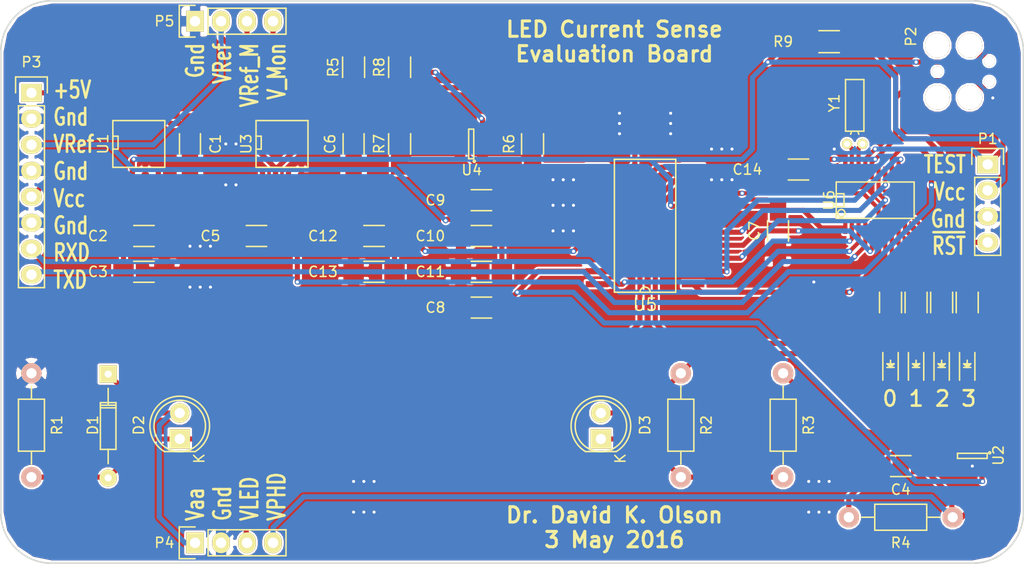
<source format=kicad_pcb>
(kicad_pcb (version 4) (host pcbnew 4.0.4-stable)
  (layers (0 F.Cu signal) (31 B.Cu signal) (34 B.Paste user) (35 F.Paste user) (36 B.SilkS user) (37 F.SilkS user) (38 B.Mask user) (39 F.Mask user) (44 Edge.Cuts user))
  (net 0 "")
  (net 1 GND)
  (net 2 +5V)
  (net 3 "Net-(C2-Pad1)")
  (net 4 VCC)
  (net 5 VPHD)
  (net 6 "Net-(C4-Pad2)")
  (net 7 VRef)
  (net 8 "Net-(C12-Pad2)")
  (net 9 ~RST)
  (net 10 VLED)
  (net 11 VAA)
  (net 12 "Net-(D3-Pad1)")
  (net 13 "Net-(D3-Pad2)")
  (net 14 "Net-(D10-Pad2)")
  (net 15 "Net-(D11-Pad2)")
  (net 16 "Net-(D12-Pad2)")
  (net 17 "Net-(D13-Pad2)")
  (net 18 TEST)
  (net 19 RXD)
  (net 20 TXD)
  (net 21 VRef_Mon)
  (net 22 V_Mon)
  (net 23 "Net-(R5-Pad1)")
  (net 24 "Net-(R10-Pad2)")
  (net 25 "Net-(R11-Pad2)")
  (net 26 "Net-(R12-Pad2)")
  (net 27 "Net-(R13-Pad2)")
  (net 28 ~SHDN)
  (net 29 SCLK)
  (net 30 FS)
  (net 31 SIMO)
  (net 32 EDC)
  (net 33 SOMI)
  (net 34 ~CS)
  (net 35 ~CSTART)
  (net 36 "Net-(U6-Pad18)")
  (net 37 "Net-(U6-Pad19)")
  (module Crystals:Crystal_Round_Horizontal_2mm (layer F.Cu) (at 108 87)
    (fp_text reference Y1 (at -2 -4 90) (layer F.SilkS))
    (fp_text value "32.768 kHz" hide)
    (pad 1 thru_hole circle (at -0.7493 0) (size 1.00076 1.00076) (drill 0.59944) (layers *.Cu *.Mask F.SilkS) (net 37 "Net-(U6-Pad19)"))
    (pad 2 thru_hole circle (at 0.7493 0) (size 1.00076 1.00076) (drill 0.59944) (layers *.Cu *.Mask F.SilkS) (net 36 "Net-(U6-Pad18)"))
  )
  (module Capacitors_SMD:C_1206_HandSoldering (layer F.Cu) (at 43 87 90)
    (fp_text reference C1 (at 0 2.5 90) (layer F.SilkS))
    (fp_text value "1 uF" hide)
    (pad 1 smd rect (at -2 0 90) (size 2 1.6) (layers F.Cu F.Paste F.Mask) (net 1 GND))
    (pad 2 smd rect (at 2 0 90) (size 2 1.6) (layers F.Cu F.Paste F.Mask) (net 2 +5V))
  )
  (module Capacitors_SMD:C_1206_HandSoldering (layer F.Cu) (at 38.5 96 180)
    (fp_text reference C2 (at 4.5 0 180) (layer F.SilkS))
    (fp_text value "0.01 uF" hide)
    (pad 1 smd rect (at -2 0 180) (size 2 1.6) (layers F.Cu F.Paste F.Mask) (net 3 "Net-(C2-Pad1)"))
    (pad 2 smd rect (at 2 0 180) (size 2 1.6) (layers F.Cu F.Paste F.Mask) (net 4 VCC))
  )
  (module Capacitors_SMD:C_1206_HandSoldering (layer F.Cu) (at 38.5 99.5 180)
    (fp_text reference C3 (at 4.5 0 180) (layer F.SilkS))
    (fp_text value 10uF hide)
    (pad 1 smd rect (at -2 0 180) (size 2 1.6) (layers F.Cu F.Paste F.Mask) (net 1 GND))
    (pad 2 smd rect (at 2 0 180) (size 2 1.6) (layers F.Cu F.Paste F.Mask) (net 4 VCC))
  )
  (module Capacitors_SMD:C_1206_HandSoldering (layer F.Cu) (at 112.5 118.5 180)
    (fp_text reference C4 (at 0 -2.3 180) (layer F.SilkS))
    (fp_text value "30 pF" hide)
    (pad 1 smd rect (at -2 0 180) (size 2 1.6) (layers F.Cu F.Paste F.Mask) (net 5 VPHD))
    (pad 2 smd rect (at 2 0 180) (size 2 1.6) (layers F.Cu F.Paste F.Mask) (net 6 "Net-(C4-Pad2)"))
  )
  (module Capacitors_SMD:C_1206_HandSoldering (layer F.Cu) (at 49.5 96)
    (fp_text reference C5 (at -4.5 0) (layer F.SilkS))
    (fp_text value "1 uF" hide)
    (pad 1 smd rect (at -2 0) (size 2 1.6) (layers F.Cu F.Paste F.Mask) (net 1 GND))
    (pad 2 smd rect (at 2 0) (size 2 1.6) (layers F.Cu F.Paste F.Mask) (net 2 +5V))
  )
  (module Capacitors_SMD:C_1206_HandSoldering (layer F.Cu) (at 59 87 90)
    (fp_text reference C6 (at 0 -2.3 90) (layer F.SilkS))
    (fp_text value "2 uF" hide)
    (pad 1 smd rect (at -2 0 90) (size 2 1.6) (layers F.Cu F.Paste F.Mask) (net 1 GND))
    (pad 2 smd rect (at 2 0 90) (size 2 1.6) (layers F.Cu F.Paste F.Mask) (net 7 VRef))
  )
  (module Capacitors_SMD:C_1206_HandSoldering (layer F.Cu) (at 100.5 95.5 90)
    (fp_text reference C7 (at 0 -2.3 90) (layer F.SilkS))
    (fp_text value "0.1 uF" hide)
    (pad 1 smd rect (at -2 0 90) (size 2 1.6) (layers F.Cu F.Paste F.Mask) (net 1 GND))
    (pad 2 smd rect (at 2 0 90) (size 2 1.6) (layers F.Cu F.Paste F.Mask) (net 4 VCC))
  )
  (module Capacitors_SMD:C_1206_HandSoldering (layer F.Cu) (at 71.5 103)
    (fp_text reference C8 (at -4.5 0) (layer F.SilkS))
    (fp_text value "0.1 uF" hide)
    (pad 1 smd rect (at -2 0) (size 2 1.6) (layers F.Cu F.Paste F.Mask) (net 1 GND))
    (pad 2 smd rect (at 2 0) (size 2 1.6) (layers F.Cu F.Paste F.Mask) (net 2 +5V))
  )
  (module Capacitors_SMD:C_1206_HandSoldering (layer F.Cu) (at 71.5 92.5)
    (fp_text reference C9 (at -4.5 0) (layer F.SilkS))
    (fp_text value "0.1 uF" hide)
    (pad 1 smd rect (at -2 0) (size 2 1.6) (layers F.Cu F.Paste F.Mask) (net 1 GND))
    (pad 2 smd rect (at 2 0) (size 2 1.6) (layers F.Cu F.Paste F.Mask) (net 2 +5V))
  )
  (module Capacitors_SMD:C_1206_HandSoldering (layer F.Cu) (at 71.5 96)
    (fp_text reference C10 (at -5 0) (layer F.SilkS))
    (fp_text value "10 uF" hide)
    (pad 1 smd rect (at -2 0) (size 2 1.6) (layers F.Cu F.Paste F.Mask) (net 1 GND))
    (pad 2 smd rect (at 2 0) (size 2 1.6) (layers F.Cu F.Paste F.Mask) (net 7 VRef))
  )
  (module Capacitors_SMD:C_1206_HandSoldering (layer F.Cu) (at 71.5 99.5)
    (fp_text reference C11 (at -5 0) (layer F.SilkS))
    (fp_text value "0.1 uF" hide)
    (pad 1 smd rect (at -2 0) (size 2 1.6) (layers F.Cu F.Paste F.Mask) (net 1 GND))
    (pad 2 smd rect (at 2 0) (size 2 1.6) (layers F.Cu F.Paste F.Mask) (net 7 VRef))
  )
  (module Capacitors_SMD:C_1206_HandSoldering (layer F.Cu) (at 61 96)
    (fp_text reference C12 (at -5 0) (layer F.SilkS))
    (fp_text value "10 uF" hide)
    (pad 1 smd rect (at -2 0) (size 2 1.6) (layers F.Cu F.Paste F.Mask) (net 1 GND))
    (pad 2 smd rect (at 2 0) (size 2 1.6) (layers F.Cu F.Paste F.Mask) (net 8 "Net-(C12-Pad2)"))
  )
  (module Capacitors_SMD:C_1206_HandSoldering (layer F.Cu) (at 61 99.5)
    (fp_text reference C13 (at -5 0) (layer F.SilkS))
    (fp_text value "0.1 uF" hide)
    (pad 1 smd rect (at -2 0) (size 2 1.6) (layers F.Cu F.Paste F.Mask) (net 1 GND))
    (pad 2 smd rect (at 2 0) (size 2 1.6) (layers F.Cu F.Paste F.Mask) (net 8 "Net-(C12-Pad2)"))
  )
  (module Capacitors_SMD:C_1206_HandSoldering (layer F.Cu) (at 102.5 89.5)
    (fp_text reference C14 (at -5 0) (layer F.SilkS))
    (fp_text value "1 nF" hide)
    (pad 1 smd rect (at -2 0) (size 2 1.6) (layers F.Cu F.Paste F.Mask) (net 1 GND))
    (pad 2 smd rect (at 2 0) (size 2 1.6) (layers F.Cu F.Paste F.Mask) (net 9 ~RST))
  )
  (module Diodes_ThroughHole:Diode_DO-35_SOD27_Horizontal_RM10 (layer F.Cu) (at 35 109.5 270)
    (fp_text reference D1 (at 5 1.5 270) (layer F.SilkS))
    (fp_text value 1n4148 hide)
    (pad 2 thru_hole circle (at 10.16052 -0.00254 90) (size 1.69926 1.69926) (drill 0.70104) (layers *.Cu *.Mask F.SilkS) (net 10 VLED))
    (pad 1 thru_hole rect (at 0.00052 -0.00254 90) (size 1.69926 1.69926) (drill 0.70104) (layers *.Cu *.Mask F.SilkS) (net 11 VAA))
  )
  (module LEDs:LED-5MM (layer F.Cu) (at 42 115.85 90)
    (fp_text reference D2 (at 1.35 -4 90) (layer F.SilkS))
    (fp_text value LED hide)
    (fp_text user K (at -1.905 1.905 90) (layer F.SilkS))
    (pad 1 thru_hole rect (at 0 0 180) (size 2 1.9) (drill 1.00076) (layers *.Cu *.Mask F.SilkS) (net 10 VLED))
    (pad 2 thru_hole circle (at 2.54 0 90) (size 1.9 1.9) (drill 1.00076) (layers *.Cu *.Mask F.SilkS) (net 11 VAA))
  )
  (module LEDs:LED-5MM (layer F.Cu) (at 83.18 115.85 90)
    (fp_text reference D3 (at 1.35 4.32 90) (layer F.SilkS))
    (fp_text value Photodiode hide)
    (fp_text user K (at -1.905 1.905 90) (layer F.SilkS))
    (pad 1 thru_hole rect (at 0 0 180) (size 2 1.9) (drill 1.00076) (layers *.Cu *.Mask F.SilkS) (net 12 "Net-(D3-Pad1)"))
    (pad 2 thru_hole circle (at 2.54 0 90) (size 1.9 1.9) (drill 1.00076) (layers *.Cu *.Mask F.SilkS) (net 13 "Net-(D3-Pad2)"))
  )
  (module LEDs:LED-0805 (layer F.Cu) (at 111.5 108.5 90)
    (fp_text reference D10 hide)
    (fp_text value 1 hide)
    (pad 2 smd rect (at 1.04902 0 270) (size 1.19888 1.19888) (layers F.Cu F.Paste F.Mask) (net 14 "Net-(D10-Pad2)"))
    (pad 1 smd rect (at -1.04902 0 270) (size 1.19888 1.19888) (layers F.Cu F.Paste F.Mask) (net 1 GND))
  )
  (module LEDs:LED-0805 (layer F.Cu) (at 114 108.5 90)
    (fp_text reference D11 hide)
    (fp_text value 2 hide)
    (pad 2 smd rect (at 1.04902 0 270) (size 1.19888 1.19888) (layers F.Cu F.Paste F.Mask) (net 15 "Net-(D11-Pad2)"))
    (pad 1 smd rect (at -1.04902 0 270) (size 1.19888 1.19888) (layers F.Cu F.Paste F.Mask) (net 1 GND))
  )
  (module LEDs:LED-0805 (layer F.Cu) (at 116.5 108.5 90)
    (fp_text reference D12 hide)
    (fp_text value 3 hide)
    (pad 2 smd rect (at 1.04902 0 270) (size 1.19888 1.19888) (layers F.Cu F.Paste F.Mask) (net 16 "Net-(D12-Pad2)"))
    (pad 1 smd rect (at -1.04902 0 270) (size 1.19888 1.19888) (layers F.Cu F.Paste F.Mask) (net 1 GND))
  )
  (module LEDs:LED-0805 (layer F.Cu) (at 119 108.5 90)
    (fp_text reference D13 hide)
    (fp_text value 4 hide)
    (pad 2 smd rect (at 1.04902 0 270) (size 1.19888 1.19888) (layers F.Cu F.Paste F.Mask) (net 17 "Net-(D13-Pad2)"))
    (pad 1 smd rect (at -1.04902 0 270) (size 1.19888 1.19888) (layers F.Cu F.Paste F.Mask) (net 1 GND))
  )
  (module Pin_Headers:Pin_Header_Straight_1x04 (layer F.Cu) (at 121 89)
    (fp_text reference P1 (at 0 -2.5) (layer F.SilkS))
    (fp_text value SBW_JTAG1 hide)
    (pad 1 thru_hole rect (at 0 0) (size 2.032 1.7272) (drill 1.016) (layers *.Cu *.Mask F.SilkS) (net 18 TEST))
    (pad 2 thru_hole oval (at 0 2.54) (size 2.032 1.7272) (drill 1.016) (layers *.Cu *.Mask F.SilkS) (net 4 VCC))
    (pad 3 thru_hole oval (at 0 5.08) (size 2.032 1.7272) (drill 1.016) (layers *.Cu *.Mask F.SilkS) (net 1 GND))
    (pad 4 thru_hole oval (at 0 7.62) (size 2.032 1.7272) (drill 1.016) (layers *.Cu *.Mask F.SilkS) (net 9 ~RST))
  )
  (module Pin_Headers:Pin_Header_Straight_1x08 (layer F.Cu) (at 27.5 82)
    (fp_text reference P3 (at 0 -3) (layer F.SilkS))
    (fp_text value Power/Data hide)
    (pad 1 thru_hole rect (at 0 0) (size 2.032 1.7272) (drill 1.016) (layers *.Cu *.Mask F.SilkS) (net 2 +5V))
    (pad 2 thru_hole oval (at 0 2.54) (size 2.032 1.7272) (drill 1.016) (layers *.Cu *.Mask F.SilkS) (net 1 GND))
    (pad 3 thru_hole oval (at 0 5.08) (size 2.032 1.7272) (drill 1.016) (layers *.Cu *.Mask F.SilkS) (net 7 VRef))
    (pad 4 thru_hole oval (at 0 7.62) (size 2.032 1.7272) (drill 1.016) (layers *.Cu *.Mask F.SilkS) (net 1 GND))
    (pad 5 thru_hole oval (at 0 10.16) (size 2.032 1.7272) (drill 1.016) (layers *.Cu *.Mask F.SilkS) (net 4 VCC))
    (pad 6 thru_hole oval (at 0 12.7) (size 2.032 1.7272) (drill 1.016) (layers *.Cu *.Mask F.SilkS) (net 1 GND))
    (pad 7 thru_hole oval (at 0 15.24) (size 2.032 1.7272) (drill 1.016) (layers *.Cu *.Mask F.SilkS) (net 19 RXD))
    (pad 8 thru_hole oval (at 0 17.78) (size 2.032 1.7272) (drill 1.016) (layers *.Cu *.Mask F.SilkS) (net 20 TXD))
  )
  (module Resistors_SMD:R_1206_HandSoldering (layer F.Cu) (at 59 79.5 270)
    (fp_text reference R5 (at 0 2 270) (layer F.SilkS))
    (fp_text value 100k hide)
    (pad 1 smd rect (at -2 0 270) (size 2 1.7) (layers F.Cu F.Paste F.Mask) (net 23 "Net-(R5-Pad1)"))
    (pad 2 smd rect (at 2 0 270) (size 2 1.7) (layers F.Cu F.Paste F.Mask) (net 7 VRef))
  )
  (module Resistors_SMD:R_1206_HandSoldering (layer F.Cu) (at 76.5 87 90)
    (fp_text reference R6 (at 0 -2.3 90) (layer F.SilkS))
    (fp_text value 100k hide)
    (pad 1 smd rect (at -2 0 90) (size 2 1.7) (layers F.Cu F.Paste F.Mask) (net 21 VRef_Mon))
    (pad 2 smd rect (at 2 0 90) (size 2 1.7) (layers F.Cu F.Paste F.Mask) (net 23 "Net-(R5-Pad1)"))
  )
  (module Resistors_SMD:R_1206_HandSoldering (layer F.Cu) (at 63.5 87 270)
    (fp_text reference R7 (at 0 2 270) (layer F.SilkS))
    (fp_text value 100k hide)
    (pad 1 smd rect (at -2 0 270) (size 2 1.7) (layers F.Cu F.Paste F.Mask) (net 22 V_Mon))
    (pad 2 smd rect (at 2 0 270) (size 2 1.7) (layers F.Cu F.Paste F.Mask) (net 2 +5V))
  )
  (module Resistors_SMD:R_1206_HandSoldering (layer F.Cu) (at 63.5 79.5 270)
    (fp_text reference R8 (at 0 2 270) (layer F.SilkS))
    (fp_text value 100k hide)
    (pad 1 smd rect (at -2 0 270) (size 2 1.7) (layers F.Cu F.Paste F.Mask) (net 1 GND))
    (pad 2 smd rect (at 2 0 270) (size 2 1.7) (layers F.Cu F.Paste F.Mask) (net 22 V_Mon))
  )
  (module Resistors_SMD:R_1206_HandSoldering (layer F.Cu) (at 105.5 77 180)
    (fp_text reference R9 (at 4.5 0 180) (layer F.SilkS))
    (fp_text value 47k hide)
    (pad 1 smd rect (at -2 0 180) (size 2 1.7) (layers F.Cu F.Paste F.Mask) (net 9 ~RST))
    (pad 2 smd rect (at 2 0 180) (size 2 1.7) (layers F.Cu F.Paste F.Mask) (net 4 VCC))
  )
  (module Resistors_SMD:R_1206_HandSoldering (layer F.Cu) (at 111.5 102.5 90)
    (fp_text reference R10 hide)
    (fp_text value 470 hide)
    (pad 1 smd rect (at -2 0 90) (size 2 1.7) (layers F.Cu F.Paste F.Mask) (net 14 "Net-(D10-Pad2)"))
    (pad 2 smd rect (at 2 0 90) (size 2 1.7) (layers F.Cu F.Paste F.Mask) (net 24 "Net-(R10-Pad2)"))
  )
  (module Resistors_SMD:R_1206_HandSoldering (layer F.Cu) (at 114 102.5 90)
    (fp_text reference R11 hide)
    (fp_text value 470 hide)
    (pad 1 smd rect (at -2 0 90) (size 2 1.7) (layers F.Cu F.Paste F.Mask) (net 15 "Net-(D11-Pad2)"))
    (pad 2 smd rect (at 2 0 90) (size 2 1.7) (layers F.Cu F.Paste F.Mask) (net 25 "Net-(R11-Pad2)"))
  )
  (module Resistors_SMD:R_1206_HandSoldering (layer F.Cu) (at 116.5 102.5 90)
    (fp_text reference R12 hide)
    (fp_text value 470 hide)
    (pad 1 smd rect (at -2 0 90) (size 2 1.7) (layers F.Cu F.Paste F.Mask) (net 16 "Net-(D12-Pad2)"))
    (pad 2 smd rect (at 2 0 90) (size 2 1.7) (layers F.Cu F.Paste F.Mask) (net 26 "Net-(R12-Pad2)"))
  )
  (module Resistors_SMD:R_1206_HandSoldering (layer F.Cu) (at 119 102.5 90)
    (fp_text reference R13 hide)
    (fp_text value 470 hide)
    (pad 1 smd rect (at -2 0 90) (size 2 1.7) (layers F.Cu F.Paste F.Mask) (net 17 "Net-(D13-Pad2)"))
    (pad 2 smd rect (at 2 0 90) (size 2 1.7) (layers F.Cu F.Paste F.Mask) (net 27 "Net-(R13-Pad2)"))
  )
  (module SMD_Packages:SOIC-8-N (layer F.Cu) (at 38 87)
    (fp_text reference U1 (at -3.5 0 90) (layer F.SilkS))
    (fp_text value LT1763 hide)
    (pad 8 smd rect (at -1.905 -3.175) (size 0.508 1.143) (layers F.Cu F.Paste F.Mask) (net 2 +5V))
    (pad 7 smd rect (at -0.635 -3.175) (size 0.508 1.143) (layers F.Cu F.Paste F.Mask) (net 1 GND))
    (pad 6 smd rect (at 0.635 -3.175) (size 0.508 1.143) (layers F.Cu F.Paste F.Mask) (net 1 GND))
    (pad 5 smd rect (at 1.905 -3.175) (size 0.508 1.143) (layers F.Cu F.Paste F.Mask) (net 2 +5V))
    (pad 4 smd rect (at 1.905 3.175) (size 0.508 1.143) (layers F.Cu F.Paste F.Mask) (net 3 "Net-(C2-Pad1)"))
    (pad 3 smd rect (at 0.635 3.175) (size 0.508 1.143) (layers F.Cu F.Paste F.Mask) (net 1 GND))
    (pad 2 smd rect (at -0.635 3.175) (size 0.508 1.143) (layers F.Cu F.Paste F.Mask) (net 4 VCC))
    (pad 1 smd rect (at -1.905 3.175) (size 0.508 1.143) (layers F.Cu F.Paste F.Mask) (net 4 VCC))
  )
  (module TO_SOT_Packages_SMD:SOT-23-5 (layer F.Cu) (at 119.5 117.5 270)
    (fp_text reference U2 (at -0.05 -2.55 270) (layer F.SilkS))
    (fp_text value OPA322 hide)
    (pad 1 smd rect (at -1.1 -0.95 270) (size 1.06 0.65) (layers F.Cu F.Paste F.Mask) (net 5 VPHD))
    (pad 2 smd rect (at -1.1 0 270) (size 1.06 0.65) (layers F.Cu F.Paste F.Mask) (net 1 GND))
    (pad 3 smd rect (at -1.1 0.95 270) (size 1.06 0.65) (layers F.Cu F.Paste F.Mask) (net 13 "Net-(D3-Pad2)"))
    (pad 4 smd rect (at 1.1 0.95 270) (size 1.06 0.65) (layers F.Cu F.Paste F.Mask) (net 6 "Net-(C4-Pad2)"))
    (pad 5 smd rect (at 1.1 -0.95 270) (size 1.06 0.65) (layers F.Cu F.Paste F.Mask) (net 2 +5V))
  )
  (module SMD_Packages:SOIC-8-N (layer F.Cu) (at 52 87)
    (fp_text reference U3 (at -3.5 0 90) (layer F.SilkS))
    (fp_text value LT1461 hide)
    (pad 8 smd rect (at -1.905 -3.175) (size 0.508 1.143) (layers F.Cu F.Paste F.Mask))
    (pad 7 smd rect (at -0.635 -3.175) (size 0.508 1.143) (layers F.Cu F.Paste F.Mask))
    (pad 6 smd rect (at 0.635 -3.175) (size 0.508 1.143) (layers F.Cu F.Paste F.Mask) (net 7 VRef))
    (pad 5 smd rect (at 1.905 -3.175) (size 0.508 1.143) (layers F.Cu F.Paste F.Mask))
    (pad 4 smd rect (at 1.905 3.175) (size 0.508 1.143) (layers F.Cu F.Paste F.Mask) (net 1 GND))
    (pad 3 smd rect (at 0.635 3.175) (size 0.508 1.143) (layers F.Cu F.Paste F.Mask) (net 28 ~SHDN))
    (pad 2 smd rect (at -0.635 3.175) (size 0.508 1.143) (layers F.Cu F.Paste F.Mask) (net 2 +5V))
    (pad 1 smd rect (at -1.905 3.175) (size 0.508 1.143) (layers F.Cu F.Paste F.Mask))
  )
  (module TO_SOT_Packages_SMD:SOT-23-5 (layer F.Cu) (at 70.5 87 180)
    (fp_text reference U4 (at -0.05 -2.55 180) (layer F.SilkS))
    (fp_text value OPA322 hide)
    (pad 1 smd rect (at -1.1 -0.95 180) (size 1.06 0.65) (layers F.Cu F.Paste F.Mask) (net 21 VRef_Mon))
    (pad 2 smd rect (at -1.1 0 180) (size 1.06 0.65) (layers F.Cu F.Paste F.Mask) (net 1 GND))
    (pad 3 smd rect (at -1.1 0.95 180) (size 1.06 0.65) (layers F.Cu F.Paste F.Mask) (net 23 "Net-(R5-Pad1)"))
    (pad 4 smd rect (at 1.1 0.95 180) (size 1.06 0.65) (layers F.Cu F.Paste F.Mask) (net 22 V_Mon))
    (pad 5 smd rect (at 1.1 -0.95 180) (size 1.06 0.65) (layers F.Cu F.Paste F.Mask) (net 2 +5V))
  )
  (module SMD_Packages:SSOP-20 (layer F.Cu) (at 110 92.5)
    (fp_text reference U6 (at -4.5 0 90) (layer F.SilkS))
    (fp_text value MSP430G2413-20 hide)
    (pad 1 smd rect (at -2.921 2.667) (size 0.4064 1.27) (layers F.Cu F.Paste F.Mask) (net 4 VCC))
    (pad 2 smd rect (at -2.286 2.667) (size 0.4064 1.27) (layers F.Cu F.Paste F.Mask) (net 35 ~CSTART))
    (pad 3 smd rect (at -1.6256 2.667) (size 0.4064 1.27) (layers F.Cu F.Paste F.Mask) (net 19 RXD))
    (pad 4 smd rect (at -0.9652 2.667) (size 0.4064 1.27) (layers F.Cu F.Paste F.Mask) (net 20 TXD))
    (pad 5 smd rect (at -0.3302 2.667) (size 0.4064 1.27) (layers F.Cu F.Paste F.Mask) (net 32 EDC))
    (pad 6 smd rect (at 0.3302 2.667) (size 0.4064 1.27) (layers F.Cu F.Paste F.Mask) (net 34 ~CS))
    (pad 7 smd rect (at 0.9906 2.667) (size 0.4064 1.27) (layers F.Cu F.Paste F.Mask) (net 29 SCLK))
    (pad 8 smd rect (at 1.6256 2.667) (size 0.4064 1.27) (layers F.Cu F.Paste F.Mask) (net 24 "Net-(R10-Pad2)"))
    (pad 9 smd rect (at 2.286 2.667) (size 0.4064 1.27) (layers F.Cu F.Paste F.Mask) (net 25 "Net-(R11-Pad2)"))
    (pad 10 smd rect (at 2.921 2.667) (size 0.4064 1.27) (layers F.Cu F.Paste F.Mask) (net 26 "Net-(R12-Pad2)"))
    (pad 11 smd rect (at 2.921 -2.667) (size 0.4064 1.27) (layers F.Cu F.Paste F.Mask) (net 27 "Net-(R13-Pad2)"))
    (pad 12 smd rect (at 2.286 -2.667) (size 0.4064 1.27) (layers F.Cu F.Paste F.Mask) (net 30 FS))
    (pad 13 smd rect (at 1.6256 -2.667) (size 0.4064 1.27) (layers F.Cu F.Paste F.Mask) (net 28 ~SHDN))
    (pad 14 smd rect (at 0.9906 -2.667) (size 0.4064 1.27) (layers F.Cu F.Paste F.Mask) (net 33 SOMI))
    (pad 15 smd rect (at 0.3302 -2.667) (size 0.4064 1.27) (layers F.Cu F.Paste F.Mask) (net 31 SIMO))
    (pad 16 smd rect (at -0.3302 -2.667) (size 0.4064 1.27) (layers F.Cu F.Paste F.Mask) (net 9 ~RST))
    (pad 17 smd rect (at -0.9652 -2.667) (size 0.4064 1.27) (layers F.Cu F.Paste F.Mask) (net 18 TEST))
    (pad 18 smd rect (at -1.6256 -2.667) (size 0.4064 1.27) (layers F.Cu F.Paste F.Mask) (net 36 "Net-(U6-Pad18)"))
    (pad 19 smd rect (at -2.286 -2.667) (size 0.4064 1.27) (layers F.Cu F.Paste F.Mask) (net 37 "Net-(U6-Pad19)"))
    (pad 20 smd rect (at -2.921 -2.667) (size 0.4064 1.27) (layers F.Cu F.Paste F.Mask) (net 1 GND))
  )
  (module Resistors_ThroughHole:Resistor_Horizontal_RM10mm (layer F.Cu) (at 27.5 114.5 90)
    (fp_text reference R1 (at 0 2.5 90) (layer F.SilkS))
    (fp_text value 10k hide)
    (pad 1 thru_hole circle (at -5.08 0 90) (size 1.99898 1.99898) (drill 1.00076) (layers *.Cu *.SilkS *.Mask) (net 10 VLED))
    (pad 2 thru_hole circle (at 5.08 0 90) (size 1.99898 1.99898) (drill 1.00076) (layers *.Cu *.SilkS *.Mask) (net 1 GND))
  )
  (module Resistors_ThroughHole:Resistor_Horizontal_RM10mm (layer F.Cu) (at 91 114.5 270)
    (fp_text reference R2 (at 0 -2.5 270) (layer F.SilkS))
    (fp_text value 10k hide)
    (pad 1 thru_hole circle (at -5.08 0 270) (size 1.99898 1.99898) (drill 1.00076) (layers *.Cu *.SilkS *.Mask) (net 13 "Net-(D3-Pad2)"))
    (pad 2 thru_hole circle (at 5.08 0 270) (size 1.99898 1.99898) (drill 1.00076) (layers *.Cu *.SilkS *.Mask) (net 12 "Net-(D3-Pad1)"))
  )
  (module Resistors_ThroughHole:Resistor_Horizontal_RM10mm (layer F.Cu) (at 101 114.5 270)
    (fp_text reference R3 (at 0 -2.5 270) (layer F.SilkS))
    (fp_text value 470 hide)
    (pad 1 thru_hole circle (at -5.08 0 270) (size 1.99898 1.99898) (drill 1.00076) (layers *.Cu *.SilkS *.Mask) (net 6 "Net-(C4-Pad2)"))
    (pad 2 thru_hole circle (at 5.08 0 270) (size 1.99898 1.99898) (drill 1.00076) (layers *.Cu *.SilkS *.Mask) (net 12 "Net-(D3-Pad1)"))
  )
  (module Resistors_ThroughHole:Resistor_Horizontal_RM10mm (layer F.Cu) (at 112.5 123.5 180)
    (fp_text reference R4 (at 0 -2.5 180) (layer F.SilkS))
    (fp_text value 560k hide)
    (pad 1 thru_hole circle (at -5.08 0 180) (size 1.99898 1.99898) (drill 1.00076) (layers *.Cu *.SilkS *.Mask) (net 5 VPHD))
    (pad 2 thru_hole circle (at 5.08 0 180) (size 1.99898 1.99898) (drill 1.00076) (layers *.Cu *.SilkS *.Mask) (net 6 "Net-(C4-Pad2)"))
  )
  (module SMD_Packages:SOIC-20 (layer F.Cu) (at 87.5 95 90)
    (fp_text reference U5 (at -7.715 0 180) (layer F.SilkS) (effects (font (size 1.2 1.2))))
    (fp_text value TLC3544 hide)
    (pad 20 smd rect (at -5.715 -4.7 90) (size 0.6 2.2) (layers F.Cu F.Paste F.Mask) (net 35 ~CSTART))
    (pad 1 smd rect (at -5.715 4.7 90) (size 0.6 2.2) (layers F.Cu F.Paste F.Mask) (net 29 SCLK))
    (pad 19 smd rect (at -4.445 -4.7 90) (size 0.6 2.2) (layers F.Cu F.Paste F.Mask) (net 2 +5V))
    (pad 2 smd rect (at -4.445 4.7 90) (size 0.6 2.2) (layers F.Cu F.Paste F.Mask) (net 30 FS))
    (pad 18 smd rect (at -3.175 -4.7 90) (size 0.6 2.2) (layers F.Cu F.Paste F.Mask) (net 1 GND))
    (pad 3 smd rect (at -3.175 4.7 90) (size 0.6 2.2) (layers F.Cu F.Paste F.Mask) (net 31 SIMO))
    (pad 17 smd rect (at -1.905 -4.7 90) (size 0.6 2.2) (layers F.Cu F.Paste F.Mask) (net 8 "Net-(C12-Pad2)"))
    (pad 4 smd rect (at -1.905 4.7 90) (size 0.6 2.2) (layers F.Cu F.Paste F.Mask) (net 32 EDC))
    (pad 16 smd rect (at -0.635 -4.7 90) (size 0.6 2.2) (layers F.Cu F.Paste F.Mask) (net 1 GND))
    (pad 5 smd rect (at -0.635 4.7 90) (size 0.6 2.2) (layers F.Cu F.Paste F.Mask) (net 33 SOMI))
    (pad 15 smd rect (at 0.635 -4.7 90) (size 0.6 2.2) (layers F.Cu F.Paste F.Mask) (net 7 VRef))
    (pad 6 smd rect (at 0.635 4.7 90) (size 0.6 2.2) (layers F.Cu F.Paste F.Mask) (net 1 GND))
    (pad 14 smd rect (at 1.905 -4.7 90) (size 0.6 2.2) (layers F.Cu F.Paste F.Mask) (net 1 GND))
    (pad 7 smd rect (at 1.905 4.7 90) (size 0.6 2.2) (layers F.Cu F.Paste F.Mask) (net 4 VCC))
    (pad 13 smd rect (at 3.175 -4.7 90) (size 0.6 2.2) (layers F.Cu F.Paste F.Mask) (net 2 +5V))
    (pad 8 smd rect (at 3.175 4.7 90) (size 0.6 2.2) (layers F.Cu F.Paste F.Mask) (net 34 ~CS))
    (pad 12 smd rect (at 4.445 -4.7 90) (size 0.6 2.2) (layers F.Cu F.Paste F.Mask) (net 22 V_Mon))
    (pad 9 smd rect (at 4.445 4.7 90) (size 0.6 2.2) (layers F.Cu F.Paste F.Mask) (net 5 VPHD))
    (pad 11 smd rect (at 5.715 -4.7 90) (size 0.6 2.2) (layers F.Cu F.Paste F.Mask) (net 21 VRef_Mon))
    (pad 10 smd rect (at 5.715 4.7 90) (size 0.6 2.2) (layers F.Cu F.Paste F.Mask) (net 10 VLED))
  )
  (module Pin_Headers:Pin_Header_Straight_1x04 (layer F.Cu) (at 43.5 126 90)
    (fp_text reference P4 (at 0 -3 180) (layer F.SilkS))
    (fp_text value "Sense Test" hide)
    (pad 1 thru_hole rect (at 0 0 90) (size 2.032 1.7272) (drill 1.016) (layers *.Cu *.Mask F.SilkS) (net 11 VAA))
    (pad 2 thru_hole oval (at 0 2.54 90) (size 2.032 1.7272) (drill 1.016) (layers *.Cu *.Mask F.SilkS) (net 1 GND))
    (pad 3 thru_hole oval (at 0 5.08 90) (size 2.032 1.7272) (drill 1.016) (layers *.Cu *.Mask F.SilkS) (net 10 VLED))
    (pad 4 thru_hole oval (at 0 7.62 90) (size 2.032 1.7272) (drill 1.016) (layers *.Cu *.Mask F.SilkS) (net 5 VPHD))
  )
  (module Pin_Headers:Pin_Header_Straight_1x04 (layer F.Cu) (at 43.5 75 90)
    (fp_text reference P5 (at 0 -3 180) (layer F.SilkS))
    (fp_text value "Ref Test" hide)
    (pad 1 thru_hole rect (at 0 0 90) (size 2.032 1.7272) (drill 1.016) (layers *.Cu *.Mask F.SilkS) (net 1 GND))
    (pad 2 thru_hole oval (at 0 2.54 90) (size 2.032 1.7272) (drill 1.016) (layers *.Cu *.Mask F.SilkS) (net 7 VRef))
    (pad 3 thru_hole oval (at 0 5.08 90) (size 2.032 1.7272) (drill 1.016) (layers *.Cu *.Mask F.SilkS) (net 21 VRef_Mon))
    (pad 4 thru_hole oval (at 0 7.62 90) (size 2.032 1.7272) (drill 1.016) (layers *.Cu *.Mask F.SilkS) (net 22 V_Mon))
  )
  (module k7arx:Tag-Connect_TC2030 (layer F.Cu) (at 117.35 79.91)
    (fp_text reference P2 (at -3.85 -3.41 90) (layer F.SilkS))
    (fp_text value SBW_JTAG2 hide)
    (pad "" thru_hole circle (at 1.905 -2.54) (size 2.4 2.4) (drill 2.375) (layers *.Cu *.Mask F.SilkS))
    (pad "" thru_hole circle (at 1.905 2.54) (size 2.4 2.4) (drill 2.375) (layers *.Cu *.Mask F.SilkS))
    (pad "" thru_hole circle (at -1.27 -2.54) (size 2.4 2.4) (drill 2.375) (layers *.Cu *.Mask F.SilkS))
    (pad "" thru_hole circle (at -1.27 2.54) (size 2.4 2.4) (drill 2.375) (layers *.Cu *.Mask F.SilkS))
    (pad "" thru_hole circle (at 3.81 -1.016) (size 1 1) (drill 0.991) (layers *.Cu *.Mask F.SilkS))
    (pad "" thru_hole circle (at 3.81 1.016) (size 1 1) (drill 0.991) (layers *.Cu *.Mask F.SilkS))
    (pad "" thru_hole circle (at -1.27 0) (size 1 1) (drill 0.991) (layers *.Cu *.Mask F.SilkS))
    (pad 6 smd circle (at 2.54 -0.635) (size 0.787 0.787) (layers F.Cu F.Paste F.Mask) (net 18 TEST))
    (pad 5 smd circle (at 2.54 0.635) (size 0.787 0.787) (layers F.Cu F.Paste F.Mask) (net 1 GND))
    (pad 4 smd circle (at 1.27 -0.635) (size 0.787 0.787) (layers F.Cu F.Paste F.Mask) (net 4 VCC))
    (pad 3 smd circle (at 1.27 0.635) (size 0.787 0.787) (layers F.Cu F.Paste F.Mask) (net 1 GND))
    (pad 2 smd circle (at 0 -0.635) (size 0.787 0.787) (layers F.Cu F.Paste F.Mask) (net 4 VCC))
    (pad 1 smd circle (at 0 0.635) (size 0.787 0.787) (layers F.Cu F.Paste F.Mask) (net 9 ~RST))
    (pad 1 smd circle (at 0 0.635) (size 0.787 0.787) (layers F.Cu F.Paste F.Mask) (net 9 ~RST))
    (pad 2 smd circle (at 0 -0.635) (size 0.787 0.787) (layers F.Cu F.Paste F.Mask) (net 4 VCC))
    (pad 3 smd circle (at 1.27 0.635) (size 0.787 0.787) (layers F.Cu F.Paste F.Mask) (net 1 GND))
    (pad 4 smd circle (at 1.27 -0.635) (size 0.787 0.787) (layers F.Cu F.Paste F.Mask) (net 4 VCC))
    (pad 5 smd circle (at 2.54 0.635) (size 0.787 0.787) (layers F.Cu F.Paste F.Mask) (net 1 GND))
    (pad 6 smd circle (at 2.54 -0.635) (size 0.787 0.787) (layers F.Cu F.Paste F.Mask) (net 18 TEST))
    (pad "" thru_hole circle (at -1.27 0) (size 1 1) (drill 0.991) (layers *.Cu *.Mask F.SilkS))
    (pad "" thru_hole circle (at 3.81 1.016) (size 1 1) (drill 0.991) (layers *.Cu *.Mask F.SilkS))
    (pad "" thru_hole circle (at 3.81 -1.016) (size 1 1) (drill 0.991) (layers *.Cu *.Mask F.SilkS))
    (pad "" thru_hole circle (at -1.27 2.54) (size 2.4 2.4) (drill 2.375) (layers *.Cu *.Mask F.SilkS))
    (pad "" thru_hole circle (at -1.27 -2.54) (size 2.4 2.4) (drill 2.375) (layers *.Cu *.Mask F.SilkS))
    (pad "" thru_hole circle (at 1.905 2.54) (size 2.4 2.4) (drill 2.375) (layers *.Cu *.Mask F.SilkS))
    (pad "" thru_hole circle (at 1.905 -2.54) (size 2.4 2.4) (drill 2.375) (layers *.Cu *.Mask F.SilkS))
  )
  (gr_text "Dr. David K. Olson\n3 May 2016" (at 84.5 124.5) (layer F.SilkS) (effects (font (size 1.5 1.5) (thickness 0.3))))
  (gr_text "LED Current Sense\nEvaluation Board" (at 84.5 77) (layer F.SilkS) (effects (font (size 1.5 1.5) (thickness 0.3))))
  (gr_text "0 1 2 3" (at 115.3 111.9) (layer F.SilkS) (effects (font (size 1.5 1.5) (thickness 0.25))))
  (gr_text "TEST\nVcc\nGnd\n~RST" (at 119 93) (layer F.SilkS) (effects (font (size 1.65 1.2) (thickness 0.25)) (justify right)))
  (gr_text "Vaa\nGnd\nVLED\nVPHD" (at 47.5 124 90) (layer F.SilkS) (effects (font (size 1.65 1.2) (thickness 0.25)) (justify left)))
  (gr_text "Gnd\nVRef\nVRef_M\nV_Mon" (at 47.5 77 90) (layer F.SilkS) (effects (font (size 1.65 1.2) (thickness 0.25)) (justify right)))
  (gr_text "+5V\nGnd\nVRef\nGnd\nVcc\nGnd\nRXD\nTXD" (at 29.5 91) (layer F.SilkS) (effects (font (size 1.65 1.2) (thickness 0.25)) (justify left)))
  (gr_arc (start 119.5 78) (end 119.5 73) (angle 90) (layer Edge.Cuts) (width 0.15))
  (gr_arc (start 119.5 123) (end 124.5 123) (angle 90) (layer Edge.Cuts) (width 0.15))
  (gr_arc (start 29.5 123) (end 29.5 128) (angle 90) (layer Edge.Cuts) (width 0.15))
  (gr_arc (start 29.5 78) (end 24.5 78) (angle 90) (layer Edge.Cuts) (width 0.15))
  (gr_line (start 24.5 123) (end 24.5 78) (angle 90) (layer Edge.Cuts) (width 0.15))
  (gr_line (start 119.5 128) (end 29.5 128) (angle 90) (layer Edge.Cuts) (width 0.15))
  (gr_line (start 124.5 78) (end 124.5 123) (angle 90) (layer Edge.Cuts) (width 0.15))
  (gr_line (start 29.5 73) (end 119.5 73) (angle 90) (layer Edge.Cuts) (width 0.15))
  (segment (start 119.5 116.4) (end 119.5 118.5) (width 0.5) (layer F.Cu) (net 1))
  (via (at 119.5 118.5) (size 0.5) (drill 0.3) (layers F.Cu B.Cu) (net 1))
  (via (at 121.5 82.5) (size 0.5) (drill 0.3) (layers F.Cu B.Cu) (net 1))
  (segment (start 119.89 80.89) (end 121.5 82.5) (width 0.5) (layer F.Cu) (net 1))
  (segment (start 47.5 87) (end 47.5 91) (width 0.5) (layer F.Cu) (net 1))
  (via (at 47.5 91) (size 0.5) (drill 0.3) (layers F.Cu B.Cu) (net 1))
  (via (at 46.5 91) (size 0.5) (drill 0.3) (layers F.Cu B.Cu) (net 1))
  (segment (start 47.5 91) (end 46.5 91) (width 0.5) (layer F.Cu) (net 1))
  (via (at 47.5 87) (size 0.5) (drill 0.3) (layers F.Cu B.Cu) (net 1))
  (segment (start 46.5 87) (end 46.5 91) (width 0.5) (layer F.Cu) (net 1))
  (segment (start 44.5 89) (end 46.5 91) (width 0.5) (layer F.Cu) (net 1))
  (segment (start 44.5 89) (end 43 89) (width 0.5) (layer F.Cu) (net 1))
  (via (at 46.5 87) (size 0.5) (drill 0.3) (layers F.Cu B.Cu) (net 1))
  (segment (start 85 85) (end 85 84) (width 0.5) (layer F.Cu) (net 1))
  (segment (start 90 84) (end 85 84) (width 0.5) (layer B.Cu) (net 1))
  (via (at 85 84) (size 0.5) (drill 0.3) (layers F.Cu B.Cu) (net 1))
  (segment (start 92.5 84) (end 96 87.5) (width 0.5) (layer B.Cu) (net 1))
  (via (at 96 87.5) (size 0.5) (drill 0.3) (layers F.Cu B.Cu) (net 1))
  (segment (start 96 87.5) (end 96 90.5) (width 0.5) (layer F.Cu) (net 1))
  (via (at 96 90.5) (size 0.5) (drill 0.3) (layers F.Cu B.Cu) (net 1))
  (segment (start 90 84) (end 92.5 84) (width 0.5) (layer B.Cu) (net 1))
  (via (at 90 84) (size 0.5) (drill 0.3) (layers F.Cu B.Cu) (net 1))
  (via (at 90 85) (size 0.5) (drill 0.3) (layers F.Cu B.Cu) (net 1))
  (segment (start 104.5 123) (end 105.5 123) (width 0.5) (layer B.Cu) (net 1))
  (via (at 105.5 120) (size 0.5) (drill 0.3) (layers F.Cu B.Cu) (net 1))
  (segment (start 105.5 123) (end 105.5 120) (width 0.5) (layer F.Cu) (net 1))
  (via (at 105.5 123) (size 0.5) (drill 0.3) (layers F.Cu B.Cu) (net 1))
  (segment (start 103.5 123) (end 104.5 123) (width 0.5) (layer B.Cu) (net 1))
  (via (at 104.5 120) (size 0.5) (drill 0.3) (layers F.Cu B.Cu) (net 1))
  (segment (start 104.5 123) (end 104.5 120) (width 0.5) (layer F.Cu) (net 1))
  (via (at 104.5 123) (size 0.5) (drill 0.3) (layers F.Cu B.Cu) (net 1))
  (segment (start 61 123) (end 103.5 123) (width 0.5) (layer B.Cu) (net 1))
  (via (at 61 120) (size 0.5) (drill 0.3) (layers F.Cu B.Cu) (net 1))
  (segment (start 61 120) (end 61 123) (width 0.5) (layer F.Cu) (net 1))
  (via (at 61 123) (size 0.5) (drill 0.3) (layers F.Cu B.Cu) (net 1))
  (segment (start 60 120) (end 61 120) (width 0.5) (layer B.Cu) (net 1))
  (via (at 103.5 120) (size 0.5) (drill 0.3) (layers F.Cu B.Cu) (net 1))
  (segment (start 103.5 123) (end 103.5 120) (width 0.5) (layer F.Cu) (net 1))
  (via (at 103.5 123) (size 0.5) (drill 0.3) (layers F.Cu B.Cu) (net 1))
  (segment (start 59 120) (end 60 120) (width 0.5) (layer B.Cu) (net 1))
  (via (at 60 123) (size 0.5) (drill 0.3) (layers F.Cu B.Cu) (net 1))
  (segment (start 60 120) (end 60 123) (width 0.5) (layer F.Cu) (net 1))
  (via (at 60 120) (size 0.5) (drill 0.3) (layers F.Cu B.Cu) (net 1))
  (segment (start 46.04 126) (end 46.04 125.96) (width 0.5) (layer B.Cu) (net 1))
  (segment (start 46.04 125.96) (end 52 120) (width 0.5) (layer B.Cu) (net 1))
  (segment (start 52 120) (end 59 120) (width 0.5) (layer B.Cu) (net 1))
  (via (at 59 120) (size 0.5) (drill 0.3) (layers F.Cu B.Cu) (net 1))
  (segment (start 59 120) (end 59 123) (width 0.5) (layer F.Cu) (net 1))
  (via (at 59 123) (size 0.5) (drill 0.3) (layers F.Cu B.Cu) (net 1))
  (segment (start 44 97) (end 43 97) (width 0.5) (layer B.Cu) (net 1))
  (via (at 43 101) (size 0.5) (drill 0.3) (layers F.Cu B.Cu) (net 1))
  (segment (start 43 97) (end 43 101) (width 0.5) (layer F.Cu) (net 1))
  (via (at 43 97) (size 0.5) (drill 0.3) (layers F.Cu B.Cu) (net 1))
  (segment (start 45 97) (end 44 97) (width 0.5) (layer B.Cu) (net 1))
  (via (at 45 97) (size 0.5) (drill 0.3) (layers F.Cu B.Cu) (net 1))
  (via (at 44 101) (size 0.5) (drill 0.3) (layers F.Cu B.Cu) (net 1))
  (segment (start 44 97) (end 44 101) (width 0.5) (layer F.Cu) (net 1))
  (via (at 44 97) (size 0.5) (drill 0.3) (layers F.Cu B.Cu) (net 1))
  (segment (start 45 101) (end 45 97) (width 0.5) (layer F.Cu) (net 1))
  (segment (start 46 96) (end 45 97) (width 0.5) (layer F.Cu) (net 1))
  (segment (start 46 96) (end 47.5 96) (width 0.5) (layer F.Cu) (net 1))
  (via (at 45 101) (size 0.5) (drill 0.3) (layers F.Cu B.Cu) (net 1))
  (segment (start 90 85) (end 92.5 85) (width 0.5) (layer B.Cu) (net 1))
  (via (at 95 90.5) (size 0.5) (drill 0.3) (layers F.Cu B.Cu) (net 1))
  (segment (start 95 87.5) (end 95 90.5) (width 0.5) (layer F.Cu) (net 1))
  (via (at 95 87.5) (size 0.5) (drill 0.3) (layers F.Cu B.Cu) (net 1))
  (segment (start 92.5 85) (end 95 87.5) (width 0.5) (layer B.Cu) (net 1))
  (segment (start 90 86) (end 92.5 86) (width 0.5) (layer B.Cu) (net 1))
  (via (at 85 86) (size 0.5) (drill 0.3) (layers F.Cu B.Cu) (net 1))
  (segment (start 85 86) (end 90 86) (width 0.5) (layer B.Cu) (net 1))
  (via (at 90 86) (size 0.5) (drill 0.3) (layers F.Cu B.Cu) (net 1))
  (via (at 94 90.5) (size 0.5) (drill 0.3) (layers F.Cu B.Cu) (net 1))
  (segment (start 94 87.5) (end 94 90.5) (width 0.5) (layer F.Cu) (net 1))
  (via (at 94 87.5) (size 0.5) (drill 0.3) (layers F.Cu B.Cu) (net 1))
  (segment (start 92.5 86) (end 94 87.5) (width 0.5) (layer B.Cu) (net 1))
  (segment (start 85 86) (end 85 85) (width 0.5) (layer F.Cu) (net 1))
  (segment (start 85 85) (end 90 85) (width 0.5) (layer B.Cu) (net 1))
  (via (at 85 85) (size 0.5) (drill 0.3) (layers F.Cu B.Cu) (net 1))
  (segment (start 71.6 87) (end 84 87) (width 0.5) (layer F.Cu) (net 1))
  (segment (start 84 87) (end 85 86) (width 0.5) (layer F.Cu) (net 1))
  (segment (start 79.5 93) (end 79.5 90.5) (width 0.5) (layer B.Cu) (net 1))
  (via (at 79.5 90.5) (size 0.5) (drill 0.3) (layers F.Cu B.Cu) (net 1))
  (segment (start 79.5 95.5) (end 78.5 95.5) (width 0.5) (layer F.Cu) (net 1))
  (segment (start 78.5 95.5) (end 78.5 93) (width 0.5) (layer B.Cu) (net 1))
  (via (at 78.5 95.5) (size 0.5) (drill 0.3) (layers F.Cu B.Cu) (net 1))
  (segment (start 79.5 90.5) (end 78.5 90.5) (width 0.5) (layer F.Cu) (net 1))
  (segment (start 78.5 90.5) (end 78.5 93) (width 0.5) (layer B.Cu) (net 1))
  (via (at 78.5 90.5) (size 0.5) (drill 0.3) (layers F.Cu B.Cu) (net 1))
  (via (at 80.5 90.5) (size 0.5) (drill 0.3) (layers F.Cu B.Cu) (net 1))
  (segment (start 80.5 90.5) (end 79.5 90.5) (width 0.5) (layer F.Cu) (net 1))
  (segment (start 80.5 90.5) (end 80.5 93) (width 0.5) (layer B.Cu) (net 1))
  (segment (start 78.5 93) (end 79.5 93) (width 0.5) (layer F.Cu) (net 1))
  (via (at 78.5 93) (size 0.5) (drill 0.3) (layers F.Cu B.Cu) (net 1))
  (segment (start 80.5 95.5) (end 79.5 95.5) (width 0.5) (layer F.Cu) (net 1))
  (via (at 79.5 95.5) (size 0.5) (drill 0.3) (layers F.Cu B.Cu) (net 1))
  (segment (start 79.5 95.5) (end 79.5 93) (width 0.5) (layer B.Cu) (net 1))
  (segment (start 79.5 93) (end 80.5 93) (width 0.5) (layer F.Cu) (net 1))
  (via (at 79.5 93) (size 0.5) (drill 0.3) (layers F.Cu B.Cu) (net 1))
  (segment (start 80.5 93) (end 80.5 95.5) (width 0.5) (layer B.Cu) (net 1))
  (segment (start 80.635 95.635) (end 80.5 95.5) (width 0.5) (layer F.Cu) (net 1))
  (via (at 80.5 95.5) (size 0.5) (drill 0.3) (layers F.Cu B.Cu) (net 1))
  (segment (start 80.635 95.635) (end 82.8 95.635) (width 0.5) (layer F.Cu) (net 1))
  (segment (start 80.595 93.095) (end 80.5 93) (width 0.5) (layer F.Cu) (net 1))
  (via (at 80.5 93) (size 0.5) (drill 0.3) (layers F.Cu B.Cu) (net 1))
  (segment (start 80.595 93.095) (end 82.8 93.095) (width 0.5) (layer F.Cu) (net 1))
  (segment (start 100.5 97.5) (end 102.5 97.5) (width 0.5) (layer F.Cu) (net 1))
  (via (at 104 100.5) (size 0.5) (drill 0.3) (layers F.Cu B.Cu) (net 1))
  (segment (start 104 99) (end 104 100.5) (width 0.5) (layer F.Cu) (net 1))
  (segment (start 102.5 97.5) (end 104 99) (width 0.5) (layer F.Cu) (net 1))
  (segment (start 107.079 89.833) (end 107.079 88.579) (width 0.4) (layer F.Cu) (net 1))
  (via (at 106 87.5) (size 0.5) (drill 0.3) (layers F.Cu B.Cu) (net 1))
  (segment (start 107.079 88.579) (end 106 87.5) (width 0.4) (layer F.Cu) (net 1))
  (segment (start 82.8 98.175) (end 79.175 98.175) (width 0.5) (layer F.Cu) (net 1))
  (segment (start 79.175 98.175) (end 79 98) (width 0.5) (layer F.Cu) (net 1))
  (segment (start 118.62 80.545) (end 119.89 80.545) (width 0.5) (layer F.Cu) (net 1))
  (segment (start 119.89 80.545) (end 119.89 80.89) (width 0.5) (layer F.Cu) (net 1))
  (segment (start 75 101.5) (end 73.5 103) (width 0.5) (layer F.Cu) (net 2))
  (segment (start 39 85.5) (end 37 85.5) (width 0.5) (layer F.Cu) (net 2))
  (segment (start 39.905 84.595) (end 39 85.5) (width 0.5) (layer F.Cu) (net 2))
  (segment (start 36.095 83.825) (end 36.095 84.595) (width 0.5) (layer F.Cu) (net 2))
  (segment (start 36.095 84.595) (end 37 85.5) (width 0.5) (layer F.Cu) (net 2))
  (segment (start 39.905 84.595) (end 39.905 83.825) (width 0.5) (layer F.Cu) (net 2))
  (segment (start 85.5 92.5) (end 85.5 98.5) (width 0.5) (layer F.Cu) (net 2))
  (segment (start 84.825 91.825) (end 85.5 92.5) (width 0.5) (layer F.Cu) (net 2))
  (segment (start 82.8 99.445) (end 84.555 99.445) (width 0.5) (layer F.Cu) (net 2))
  (segment (start 84.555 99.445) (end 85.5 98.5) (width 0.5) (layer F.Cu) (net 2))
  (segment (start 84.825 91.825) (end 82.8 91.825) (width 0.5) (layer F.Cu) (net 2))
  (segment (start 51.365 90.175) (end 51.365 95.865) (width 0.5) (layer F.Cu) (net 2))
  (segment (start 51.365 95.865) (end 51.5 96) (width 0.5) (layer F.Cu) (net 2))
  (segment (start 114 120) (end 120.5 120) (width 0.5) (layer B.Cu) (net 2))
  (segment (start 120.45 118.6) (end 120.45 119.95) (width 0.5) (layer F.Cu) (net 2))
  (via (at 120.5 120) (size 0.5) (drill 0.3) (layers F.Cu B.Cu) (net 2))
  (segment (start 120.45 119.95) (end 120.5 120) (width 0.5) (layer F.Cu) (net 2))
  (segment (start 83.5 104.5) (end 98.5 104.5) (width 0.5) (layer B.Cu) (net 2))
  (segment (start 80.5 101.5) (end 75 101.5) (width 0.5) (layer B.Cu) (net 2))
  (via (at 75 101.5) (size 0.5) (drill 0.3) (layers F.Cu B.Cu) (net 2))
  (segment (start 83.5 104.5) (end 80.5 101.5) (width 0.5) (layer B.Cu) (net 2))
  (segment (start 98.5 104.5) (end 114 120) (width 0.5) (layer B.Cu) (net 2))
  (segment (start 63.5 89) (end 63.5 88.5) (width 0.5) (layer F.Cu) (net 2))
  (segment (start 63.5 88.5) (end 62.5 87.5) (width 0.5) (layer F.Cu) (net 2))
  (segment (start 53.365 87.5) (end 51.365 89.5) (width 0.5) (layer F.Cu) (net 2))
  (segment (start 62.5 87.5) (end 53.365 87.5) (width 0.5) (layer F.Cu) (net 2))
  (segment (start 63.5 89) (end 70 89) (width 0.5) (layer F.Cu) (net 2))
  (segment (start 70 89) (end 73.5 92.5) (width 0.5) (layer F.Cu) (net 2))
  (segment (start 82.8 99.445) (end 77.055 99.445) (width 0.5) (layer F.Cu) (net 2))
  (segment (start 77.055 99.445) (end 75 101.5) (width 0.5) (layer F.Cu) (net 2))
  (segment (start 82.8 91.825) (end 74.175 91.825) (width 0.5) (layer F.Cu) (net 2))
  (segment (start 74.175 91.825) (end 73.5 92.5) (width 0.5) (layer F.Cu) (net 2))
  (segment (start 51.365 90.175) (end 51.365 89.5) (width 0.5) (layer F.Cu) (net 2))
  (segment (start 51.365 89.5) (end 51.365 89.365) (width 0.5) (layer F.Cu) (net 2))
  (segment (start 47 85) (end 43 85) (width 0.5) (layer F.Cu) (net 2))
  (segment (start 51.365 89.365) (end 47 85) (width 0.5) (layer F.Cu) (net 2))
  (segment (start 51.365 95.365) (end 51.5 95.5) (width 0.5) (layer F.Cu) (net 2))
  (segment (start 27.5 82) (end 34.27 82) (width 0.5) (layer F.Cu) (net 2))
  (segment (start 34.27 82) (end 36.095 83.825) (width 0.5) (layer F.Cu) (net 2))
  (segment (start 69.4 87.95) (end 64.55 87.95) (width 0.5) (layer F.Cu) (net 2))
  (segment (start 64.55 87.95) (end 63.5 89) (width 0.5) (layer F.Cu) (net 2))
  (segment (start 43 85) (end 41.08 85) (width 0.5) (layer F.Cu) (net 2))
  (segment (start 41.08 85) (end 39.905 83.825) (width 0.5) (layer F.Cu) (net 2))
  (segment (start 39.905 90.175) (end 39.905 95.405) (width 0.5) (layer F.Cu) (net 3))
  (segment (start 39.905 95.405) (end 40.5 96) (width 0.5) (layer F.Cu) (net 3))
  (segment (start 92.2 93.095) (end 90.095 93.095) (width 0.5) (layer F.Cu) (net 4))
  (segment (start 90 90.5) (end 88 88.5) (width 0.5) (layer B.Cu) (net 4))
  (segment (start 90 93) (end 90 90.5) (width 0.5) (layer B.Cu) (net 4))
  (via (at 90 93) (size 0.5) (drill 0.3) (layers F.Cu B.Cu) (net 4))
  (segment (start 90.095 93.095) (end 90 93) (width 0.5) (layer F.Cu) (net 4))
  (segment (start 107.079 95.167) (end 104.667 95.167) (width 0.4) (layer F.Cu) (net 4))
  (segment (start 103 93.5) (end 100.5 93.5) (width 0.5) (layer F.Cu) (net 4))
  (segment (start 104.667 95.167) (end 103 93.5) (width 0.5) (layer F.Cu) (net 4))
  (segment (start 112 80.5) (end 112 85.5) (width 0.5) (layer B.Cu) (net 4))
  (segment (start 121.46 91.54) (end 122.5 90.5) (width 0.5) (layer B.Cu) (net 4))
  (segment (start 122.5 87.5) (end 121.5 86.5) (width 0.5) (layer B.Cu) (net 4))
  (segment (start 122.5 90.5) (end 122.5 87.5) (width 0.5) (layer B.Cu) (net 4))
  (segment (start 112 80.5) (end 110.5 79) (width 0.5) (layer B.Cu) (net 4))
  (segment (start 113 86.5) (end 121.5 86.5) (width 0.5) (layer B.Cu) (net 4))
  (segment (start 112 85.5) (end 113 86.5) (width 0.5) (layer B.Cu) (net 4))
  (segment (start 121 91.54) (end 121.46 91.54) (width 0.5) (layer B.Cu) (net 4))
  (segment (start 103.5 77) (end 101.5 77) (width 0.5) (layer F.Cu) (net 4))
  (via (at 99.5 79) (size 0.5) (drill 0.3) (layers F.Cu B.Cu) (net 4))
  (segment (start 101.5 77) (end 99.5 79) (width 0.5) (layer F.Cu) (net 4))
  (segment (start 36.5 96) (end 36.5 99.5) (width 0.5) (layer F.Cu) (net 4))
  (segment (start 36.095 90.175) (end 36.095 95.595) (width 0.5) (layer F.Cu) (net 4))
  (segment (start 36.095 95.595) (end 36.5 96) (width 0.5) (layer F.Cu) (net 4))
  (segment (start 97 88.5) (end 98 87.5) (width 0.5) (layer B.Cu) (net 4))
  (segment (start 88 88.5) (end 97 88.5) (width 0.5) (layer B.Cu) (net 4))
  (segment (start 98 87.5) (end 98 80.5) (width 0.5) (layer B.Cu) (net 4))
  (segment (start 98 80.5) (end 99.5 79) (width 0.5) (layer B.Cu) (net 4))
  (segment (start 99.5 79) (end 110.5 79) (width 0.5) (layer B.Cu) (net 4))
  (segment (start 110.5 79) (end 114 79) (width 0.5) (layer B.Cu) (net 4))
  (via (at 114 79) (size 0.5) (drill 0.3) (layers F.Cu B.Cu) (net 4))
  (segment (start 114 79) (end 117.075 79) (width 0.5) (layer F.Cu) (net 4))
  (segment (start 117.075 79) (end 117.35 79.275) (width 0.5) (layer F.Cu) (net 4))
  (segment (start 37.5 88.5) (end 88 88.5) (width 0.5) (layer B.Cu) (net 4))
  (segment (start 37.365 90.175) (end 37.365 88.635) (width 0.5) (layer F.Cu) (net 4))
  (via (at 37.5 88.5) (size 0.5) (drill 0.3) (layers F.Cu B.Cu) (net 4))
  (segment (start 37.365 88.635) (end 37.5 88.5) (width 0.5) (layer F.Cu) (net 4))
  (segment (start 92.2 93.095) (end 100.095 93.095) (width 0.5) (layer F.Cu) (net 4))
  (segment (start 100.095 93.095) (end 100.5 93.5) (width 0.5) (layer F.Cu) (net 4))
  (segment (start 36.095 90.175) (end 29.485 90.175) (width 0.5) (layer F.Cu) (net 4))
  (segment (start 29.485 90.175) (end 27.5 92.16) (width 0.5) (layer F.Cu) (net 4))
  (segment (start 100.095 93.095) (end 100.5 93.5) (width 0.5) (layer F.Cu) (net 4))
  (segment (start 100.095 93.095) (end 100.5 93.5) (width 0.35) (layer F.Cu) (net 4))
  (segment (start 36.095 90.175) (end 37.365 90.175) (width 0.5) (layer F.Cu) (net 4))
  (segment (start 117.35 79.275) (end 118.62 79.275) (width 0.5) (layer F.Cu) (net 4))
  (segment (start 88.5 92.5) (end 88.5 104.5) (width 0.5) (layer F.Cu) (net 5))
  (segment (start 103 106.5) (end 110 113.5) (width 0.5) (layer F.Cu) (net 5))
  (segment (start 110 113.5) (end 119 113.5) (width 0.5) (layer F.Cu) (net 5))
  (segment (start 92.2 90.555) (end 90.445 90.555) (width 0.5) (layer F.Cu) (net 5))
  (segment (start 90.445 90.555) (end 88.5 92.5) (width 0.5) (layer F.Cu) (net 5))
  (segment (start 120.45 114.95) (end 119 113.5) (width 0.5) (layer F.Cu) (net 5))
  (segment (start 120.45 114.95) (end 120.45 116.4) (width 0.5) (layer F.Cu) (net 5))
  (segment (start 90.5 106.5) (end 103 106.5) (width 0.5) (layer F.Cu) (net 5))
  (segment (start 88.5 104.5) (end 90.5 106.5) (width 0.5) (layer F.Cu) (net 5))
  (segment (start 117.58 123.5) (end 118.5 123.5) (width 0.5) (layer F.Cu) (net 5))
  (segment (start 118.5 123.5) (end 122 120) (width 0.5) (layer F.Cu) (net 5))
  (segment (start 122 117.95) (end 120.45 116.4) (width 0.5) (layer F.Cu) (net 5))
  (segment (start 122 120) (end 122 117.95) (width 0.5) (layer F.Cu) (net 5))
  (segment (start 51.12 126) (end 51.12 124.5) (width 0.5) (layer B.Cu) (net 5))
  (segment (start 115.5 121.5) (end 54.12 121.5) (width 0.5) (layer B.Cu) (net 5))
  (segment (start 54.12 121.5) (end 51.12 124.5) (width 0.5) (layer B.Cu) (net 5))
  (segment (start 115.5 121.5) (end 117.5 123.5) (width 0.5) (layer B.Cu) (net 5))
  (segment (start 117.58 123.5) (end 117.5 123.5) (width 0.5) (layer B.Cu) (net 5))
  (segment (start 114.5 118.5) (end 117.5 121.5) (width 0.5) (layer F.Cu) (net 5))
  (segment (start 117.5 121.5) (end 117.5 123.42) (width 0.5) (layer F.Cu) (net 5))
  (segment (start 117.5 123.42) (end 117.58 123.5) (width 0.5) (layer F.Cu) (net 5))
  (segment (start 110.5 118.5) (end 112 117) (width 0.5) (layer F.Cu) (net 6))
  (segment (start 116.95 117) (end 118.55 118.6) (width 0.5) (layer F.Cu) (net 6))
  (segment (start 112 117) (end 116.95 117) (width 0.5) (layer F.Cu) (net 6))
  (segment (start 110.5 118.5) (end 110.08 118.5) (width 0.5) (layer F.Cu) (net 6))
  (segment (start 110.08 118.5) (end 101 109.42) (width 0.5) (layer F.Cu) (net 6))
  (segment (start 110.55 118.45) (end 107.42 121.58) (width 0.5) (layer F.Cu) (net 6))
  (segment (start 107.42 121.58) (end 107.42 123.5) (width 0.5) (layer F.Cu) (net 6))
  (segment (start 27.5 87.08) (end 35.08 87.08) (width 0.5) (layer B.Cu) (net 7))
  (segment (start 35.08 87.08) (end 39.42 87.08) (width 0.5) (layer B.Cu) (net 7))
  (segment (start 39.42 87.08) (end 46.04 80.46) (width 0.5) (layer B.Cu) (net 7))
  (segment (start 46.04 80.46) (end 46.04 75) (width 0.5) (layer B.Cu) (net 7))
  (segment (start 72 94.365) (end 68.135 94.365) (width 0.5) (layer F.Cu) (net 7))
  (segment (start 72 94.365) (end 73.5 95.865) (width 0.5) (layer F.Cu) (net 7))
  (via (at 68 94.5) (size 0.5) (drill 0.3) (layers F.Cu B.Cu) (net 7))
  (segment (start 63 89.5) (end 68 94.5) (width 0.5) (layer B.Cu) (net 7))
  (segment (start 37.5 89.5) (end 63 89.5) (width 0.5) (layer B.Cu) (net 7))
  (segment (start 35.08 87.08) (end 37.5 89.5) (width 0.5) (layer B.Cu) (net 7))
  (segment (start 68.135 94.365) (end 68 94.5) (width 0.5) (layer F.Cu) (net 7))
  (segment (start 73.5 96) (end 73.5 95.865) (width 0.5) (layer F.Cu) (net 7))
  (segment (start 46.04 75) (end 46.04 76.54) (width 0.5) (layer F.Cu) (net 7))
  (segment (start 46.04 76.54) (end 52.635 83.135) (width 0.5) (layer F.Cu) (net 7))
  (segment (start 59 81.5) (end 54.27 81.5) (width 0.5) (layer F.Cu) (net 7))
  (segment (start 54.27 81.5) (end 52.635 83.135) (width 0.5) (layer F.Cu) (net 7))
  (segment (start 59 85) (end 59 81.5) (width 0.5) (layer F.Cu) (net 7))
  (segment (start 52.635 83.825) (end 52.635 83.135) (width 0.5) (layer F.Cu) (net 7))
  (segment (start 27.5 87.08) (end 27.92 87.08) (width 0.5) (layer B.Cu) (net 7))
  (segment (start 73.5 96) (end 73.5 99.5) (width 0.5) (layer F.Cu) (net 7))
  (segment (start 82.8 94.365) (end 75.135 94.365) (width 0.5) (layer F.Cu) (net 7))
  (segment (start 75.135 94.365) (end 73.5 96) (width 0.5) (layer F.Cu) (net 7))
  (segment (start 82.8 96.905) (end 81.095 96.905) (width 0.5) (layer F.Cu) (net 8))
  (segment (start 64.5 96) (end 63 96) (width 0.5) (layer F.Cu) (net 8))
  (segment (start 66 97.5) (end 64.5 96) (width 0.5) (layer F.Cu) (net 8))
  (via (at 66 97.5) (size 0.5) (drill 0.3) (layers F.Cu B.Cu) (net 8))
  (segment (start 80.5 97.5) (end 66 97.5) (width 0.5) (layer B.Cu) (net 8))
  (via (at 80.5 97.5) (size 0.5) (drill 0.3) (layers F.Cu B.Cu) (net 8))
  (segment (start 81.095 96.905) (end 80.5 97.5) (width 0.5) (layer F.Cu) (net 8))
  (segment (start 63 99.5) (end 63 96) (width 0.5) (layer F.Cu) (net 8))
  (segment (start 117.095 80.8) (end 113.7 80.8) (width 0.5) (layer F.Cu) (net 9))
  (segment (start 113.7 80.8) (end 112 82.5) (width 0.5) (layer F.Cu) (net 9))
  (segment (start 117.095 80.8) (end 117.35 80.545) (width 0.5) (layer F.Cu) (net 9))
  (segment (start 117.095 80.8) (end 117.35 80.545) (width 0.5) (layer F.Cu) (net 9))
  (segment (start 112 86.5) (end 112 82.5) (width 0.5) (layer F.Cu) (net 9))
  (segment (start 112 82.5) (end 112 80) (width 0.5) (layer F.Cu) (net 9))
  (segment (start 107.5 77) (end 109 77) (width 0.5) (layer F.Cu) (net 9))
  (segment (start 112 80) (end 109 77) (width 0.5) (layer F.Cu) (net 9))
  (segment (start 106 88.5) (end 105.5 88.5) (width 0.5) (layer F.Cu) (net 9))
  (via (at 106 88.5) (size 0.5) (drill 0.3) (layers F.Cu B.Cu) (net 9))
  (segment (start 110 88.5) (end 106 88.5) (width 0.5) (layer B.Cu) (net 9))
  (via (at 110 88.5) (size 0.5) (drill 0.3) (layers F.Cu B.Cu) (net 9))
  (segment (start 105.5 88.5) (end 104.5 89.5) (width 0.5) (layer F.Cu) (net 9))
  (segment (start 117.35 80.545) (end 117.35 80.55) (width 0.35) (layer F.Cu) (net 9))
  (segment (start 117.35 80.55) (end 117.1 80.8) (width 0.5) (layer F.Cu) (net 9))
  (segment (start 112 86.5) (end 115 86.5) (width 0.5) (layer F.Cu) (net 9))
  (segment (start 118.62 96.62) (end 121 96.62) (width 0.5) (layer F.Cu) (net 9))
  (segment (start 116.5 94.5) (end 118.62 96.62) (width 0.5) (layer F.Cu) (net 9))
  (segment (start 116.5 88) (end 116.5 94.5) (width 0.5) (layer F.Cu) (net 9))
  (segment (start 115 86.5) (end 116.5 88) (width 0.5) (layer F.Cu) (net 9))
  (segment (start 109.6698 89.833) (end 109.6698 88.8302) (width 0.4) (layer F.Cu) (net 9))
  (segment (start 109.6698 88.8302) (end 110 88.5) (width 0.4) (layer F.Cu) (net 9))
  (segment (start 110 88.5) (end 112 86.5) (width 0.4) (layer F.Cu) (net 9))
  (segment (start 44.85 115.85) (end 75.65 115.85) (width 0.5) (layer F.Cu) (net 10))
  (segment (start 75.65 115.85) (end 87 104.5) (width 0.5) (layer F.Cu) (net 10))
  (segment (start 88.715 89.285) (end 87 91) (width 0.5) (layer F.Cu) (net 10))
  (segment (start 88.715 89.285) (end 92.2 89.285) (width 0.5) (layer F.Cu) (net 10))
  (segment (start 87 91) (end 87 104.5) (width 0.5) (layer F.Cu) (net 10))
  (segment (start 48.5 119.5) (end 48.5 125.92) (width 0.5) (layer F.Cu) (net 10))
  (segment (start 48.5 125.92) (end 48.58 126) (width 0.5) (layer F.Cu) (net 10))
  (segment (start 42 115.85) (end 44.85 115.85) (width 0.5) (layer F.Cu) (net 10))
  (segment (start 44.85 115.85) (end 48.5 119.5) (width 0.5) (layer F.Cu) (net 10))
  (segment (start 48.5 119.5) (end 48.58 119.58) (width 0.5) (layer F.Cu) (net 10))
  (segment (start 42 115.85) (end 38.81306 115.85) (width 0.5) (layer F.Cu) (net 10))
  (segment (start 38.81306 115.85) (end 35.00254 119.66052) (width 0.5) (layer F.Cu) (net 10))
  (segment (start 27.5 119.58) (end 34.92202 119.58) (width 0.5) (layer F.Cu) (net 10))
  (segment (start 34.92202 119.58) (end 35.00254 119.66052) (width 0.5) (layer F.Cu) (net 10))
  (segment (start 34.92202 119.58) (end 35.00254 119.66052) (width 0.25) (layer F.Cu) (net 10))
  (segment (start 42 113.31) (end 41.19 113.31) (width 0.5) (layer B.Cu) (net 11))
  (segment (start 41.19 113.31) (end 40 114.5) (width 0.5) (layer B.Cu) (net 11))
  (segment (start 42.5 126) (end 40 123.5) (width 0.5) (layer B.Cu) (net 11))
  (segment (start 40 123.5) (end 40 118.5) (width 0.5) (layer B.Cu) (net 11))
  (segment (start 43.5 126) (end 42.5 126) (width 0.5) (layer B.Cu) (net 11))
  (segment (start 40 114.5) (end 40 118.5) (width 0.5) (layer B.Cu) (net 11))
  (segment (start 42 113.31) (end 38.81202 113.31) (width 0.5) (layer F.Cu) (net 11))
  (segment (start 38.81202 113.31) (end 35.00254 109.50052) (width 0.5) (layer F.Cu) (net 11))
  (segment (start 91 119.58) (end 101 119.58) (width 0.5) (layer F.Cu) (net 12))
  (segment (start 83.18 115.85) (end 87.27 115.85) (width 0.5) (layer F.Cu) (net 12))
  (segment (start 87.27 115.85) (end 91 119.58) (width 0.5) (layer F.Cu) (net 12))
  (segment (start 102.5 107.5) (end 109.5 114.5) (width 0.5) (layer F.Cu) (net 13))
  (segment (start 102.5 107.5) (end 92.92 107.5) (width 0.5) (layer F.Cu) (net 13))
  (segment (start 91 109.42) (end 92.92 107.5) (width 0.5) (layer F.Cu) (net 13))
  (segment (start 116.65 114.5) (end 118.55 116.4) (width 0.5) (layer F.Cu) (net 13))
  (segment (start 109.5 114.5) (end 116.65 114.5) (width 0.5) (layer F.Cu) (net 13))
  (segment (start 83.18 113.31) (end 87.11 113.31) (width 0.5) (layer F.Cu) (net 13))
  (segment (start 87.11 113.31) (end 91 109.42) (width 0.5) (layer F.Cu) (net 13))
  (segment (start 111.5 107.45098) (end 111.5 104.5) (width 0.5) (layer F.Cu) (net 14))
  (segment (start 114 107.45098) (end 114 104.5) (width 0.5) (layer F.Cu) (net 15))
  (segment (start 116.5 107.45098) (end 116.5 104.5) (width 0.5) (layer F.Cu) (net 16))
  (segment (start 119 107.45098) (end 119 104.5) (width 0.5) (layer F.Cu) (net 17))
  (segment (start 119.89 79.275) (end 119.89 78.95) (width 0.5) (layer F.Cu) (net 18))
  (segment (start 119.89 78.95) (end 120.94 77.9) (width 0.5) (layer F.Cu) (net 18))
  (segment (start 120.94 77.9) (end 121.9 77.9) (width 0.5) (layer F.Cu) (net 18))
  (segment (start 109.0348 89.833) (end 109.0348 88.4652) (width 0.4) (layer F.Cu) (net 18))
  (segment (start 119.5 87.5) (end 121 89) (width 0.5) (layer B.Cu) (net 18))
  (segment (start 118.5 87.5) (end 119.5 87.5) (width 0.5) (layer B.Cu) (net 18))
  (segment (start 114.5 87.5) (end 118.5 87.5) (width 0.5) (layer B.Cu) (net 18))
  (segment (start 110 87.5) (end 114.5 87.5) (width 0.5) (layer B.Cu) (net 18))
  (via (at 110 87.5) (size 0.5) (drill 0.3) (layers F.Cu B.Cu) (net 18))
  (segment (start 109.0348 88.4652) (end 110 87.5) (width 0.4) (layer F.Cu) (net 18))
  (segment (start 121 89) (end 122.5 87.5) (width 0.5) (layer F.Cu) (net 18))
  (segment (start 122.5 78.5) (end 121.9 77.9) (width 0.5) (layer F.Cu) (net 18))
  (segment (start 122.5 87.5) (end 122.5 78.5) (width 0.5) (layer F.Cu) (net 18))
  (segment (start 82 98.5) (end 85 101.5) (width 0.5) (layer B.Cu) (net 19))
  (segment (start 82 98.5) (end 28.76 98.5) (width 0.5) (layer B.Cu) (net 19))
  (segment (start 27.5 97.24) (end 28.76 98.5) (width 0.5) (layer B.Cu) (net 19))
  (segment (start 85 101.5) (end 96.5 101.5) (width 0.5) (layer B.Cu) (net 19))
  (segment (start 107.5 97.5) (end 100.5 97.5) (width 0.5) (layer B.Cu) (net 19))
  (segment (start 108.3744 96.6256) (end 107.5 97.5) (width 0.4) (layer F.Cu) (net 19))
  (via (at 107.5 97.5) (size 0.5) (drill 0.3) (layers F.Cu B.Cu) (net 19))
  (segment (start 108.3744 95.167) (end 108.3744 96.6256) (width 0.4) (layer F.Cu) (net 19))
  (segment (start 100.5 97.5) (end 96.5 101.5) (width 0.5) (layer B.Cu) (net 19))
  (segment (start 84.5 102.5) (end 81.5 99.5) (width 0.5) (layer B.Cu) (net 20))
  (segment (start 107.5 98.5) (end 101 98.5) (width 0.5) (layer B.Cu) (net 20))
  (segment (start 101 98.5) (end 97 102.5) (width 0.5) (layer B.Cu) (net 20))
  (segment (start 109.0348 95.167) (end 109.0348 96.9652) (width 0.4) (layer F.Cu) (net 20))
  (via (at 108 98) (size 0.5) (drill 0.3) (layers F.Cu B.Cu) (net 20))
  (segment (start 109.0348 96.9652) (end 108 98) (width 0.4) (layer F.Cu) (net 20))
  (segment (start 108 98) (end 107.5 98.5) (width 0.5) (layer B.Cu) (net 20))
  (segment (start 84.5 102.5) (end 97 102.5) (width 0.5) (layer B.Cu) (net 20))
  (segment (start 81.5 99.5) (end 27.78 99.5) (width 0.5) (layer B.Cu) (net 20))
  (segment (start 27.78 99.5) (end 27.5 99.78) (width 0.5) (layer B.Cu) (net 20))
  (segment (start 52.08 80) (end 51.5 80) (width 0.5) (layer F.Cu) (net 21))
  (segment (start 70.95 87.95) (end 70 87) (width 0.5) (layer F.Cu) (net 21))
  (segment (start 70 87) (end 63 87) (width 0.5) (layer F.Cu) (net 21))
  (segment (start 63 87) (end 61 85) (width 0.5) (layer F.Cu) (net 21))
  (segment (start 61 85) (end 61 81) (width 0.5) (layer F.Cu) (net 21))
  (segment (start 61 81) (end 60 80) (width 0.5) (layer F.Cu) (net 21))
  (segment (start 60 80) (end 52.08 80) (width 0.5) (layer F.Cu) (net 21))
  (segment (start 71.6 87.95) (end 70.95 87.95) (width 0.5) (layer F.Cu) (net 21))
  (segment (start 48.58 77.08) (end 48.58 75) (width 0.5) (layer F.Cu) (net 21))
  (segment (start 51.5 80) (end 48.58 77.08) (width 0.5) (layer F.Cu) (net 21))
  (segment (start 82.8 89.285) (end 76.785 89.285) (width 0.5) (layer F.Cu) (net 21))
  (segment (start 76.785 89.285) (end 76.5 89) (width 0.5) (layer F.Cu) (net 21))
  (segment (start 71.6 87.95) (end 75.45 87.95) (width 0.5) (layer F.Cu) (net 21))
  (segment (start 75.45 87.95) (end 76.5 89) (width 0.5) (layer F.Cu) (net 21))
  (segment (start 84.945 90.555) (end 86.5 89) (width 0.5) (layer F.Cu) (net 22))
  (segment (start 82.8 90.555) (end 84.945 90.555) (width 0.5) (layer F.Cu) (net 22))
  (segment (start 85 81.5) (end 63.5 81.5) (width 0.5) (layer F.Cu) (net 22))
  (segment (start 86.5 83) (end 85 81.5) (width 0.5) (layer F.Cu) (net 22))
  (segment (start 86.5 89) (end 86.5 83) (width 0.5) (layer F.Cu) (net 22))
  (segment (start 53.62 79) (end 53.5 79) (width 0.5) (layer F.Cu) (net 22))
  (segment (start 60.5 79) (end 53.62 79) (width 0.5) (layer F.Cu) (net 22))
  (segment (start 63 81.5) (end 60.5 79) (width 0.5) (layer F.Cu) (net 22))
  (segment (start 51.12 76.62) (end 51.12 75) (width 0.5) (layer F.Cu) (net 22))
  (segment (start 53.5 79) (end 51.12 76.62) (width 0.5) (layer F.Cu) (net 22))
  (segment (start 63.5 81.5) (end 63 81.5) (width 0.5) (layer F.Cu) (net 22))
  (segment (start 63.5 81.5) (end 63.5 81) (width 0.5) (layer F.Cu) (net 22))
  (segment (start 63.5 85) (end 63.5 81.5) (width 0.5) (layer F.Cu) (net 22))
  (segment (start 69.4 86.05) (end 64.55 86.05) (width 0.5) (layer F.Cu) (net 22))
  (segment (start 64.55 86.05) (end 63.5 85) (width 0.5) (layer F.Cu) (net 22))
  (segment (start 67 80) (end 71.5 84.5) (width 0.5) (layer B.Cu) (net 23))
  (via (at 67 80) (size 0.5) (drill 0.3) (layers F.Cu B.Cu) (net 23))
  (segment (start 67 80) (end 63 80) (width 0.5) (layer F.Cu) (net 23))
  (segment (start 59 77.5) (end 60.5 77.5) (width 0.5) (layer F.Cu) (net 23))
  (segment (start 60.5 77.5) (end 63 80) (width 0.5) (layer F.Cu) (net 23))
  (segment (start 71.6 84.6) (end 71.6 86.05) (width 0.5) (layer F.Cu) (net 23))
  (segment (start 71.5 84.5) (end 71.6 84.6) (width 0.5) (layer F.Cu) (net 23))
  (via (at 71.5 84.5) (size 0.5) (drill 0.3) (layers F.Cu B.Cu) (net 23))
  (segment (start 71.6 86.05) (end 75.45 86.05) (width 0.5) (layer F.Cu) (net 23))
  (segment (start 75.45 86.05) (end 76.5 85) (width 0.5) (layer F.Cu) (net 23))
  (segment (start 111.6256 95.167) (end 111.6256 100.3744) (width 0.4) (layer F.Cu) (net 24))
  (segment (start 111.6256 100.3744) (end 111.5 100.5) (width 0.35) (layer F.Cu) (net 24))
  (segment (start 112.286 95.167) (end 112.286 96.786) (width 0.4) (layer F.Cu) (net 25))
  (segment (start 114 98.5) (end 114 100.5) (width 0.4) (layer F.Cu) (net 25))
  (segment (start 112.286 96.786) (end 114 98.5) (width 0.4) (layer F.Cu) (net 25))
  (segment (start 112.921 95.167) (end 112.921 95.421) (width 0.35) (layer F.Cu) (net 26))
  (segment (start 112.921 95.421) (end 116.5 99) (width 0.4) (layer F.Cu) (net 26))
  (segment (start 116.5 99) (end 116.5 100.5) (width 0.4) (layer F.Cu) (net 26))
  (segment (start 112.921 89.833) (end 112.921 93.421) (width 0.4) (layer F.Cu) (net 27))
  (segment (start 112.921 93.421) (end 119 99.5) (width 0.4) (layer F.Cu) (net 27))
  (segment (start 119 99.5) (end 119 100.5) (width 0.4) (layer F.Cu) (net 27))
  (segment (start 84 103.5) (end 81 100.5) (width 0.5) (layer B.Cu) (net 28))
  (segment (start 114.5 87.5) (end 115.5 88.5) (width 0.5) (layer F.Cu) (net 28))
  (segment (start 115.5 88.5) (end 115.5 91) (width 0.5) (layer F.Cu) (net 28))
  (via (at 115.5 91) (size 0.5) (drill 0.3) (layers F.Cu B.Cu) (net 28))
  (segment (start 115.5 91) (end 115.5 93) (width 0.5) (layer B.Cu) (net 28))
  (segment (start 115.5 93) (end 109 99.5) (width 0.5) (layer B.Cu) (net 28))
  (segment (start 109 99.5) (end 101.5 99.5) (width 0.5) (layer B.Cu) (net 28))
  (segment (start 101.5 99.5) (end 97.5 103.5) (width 0.5) (layer B.Cu) (net 28))
  (segment (start 111.6256 89.833) (end 111.6256 88.3744) (width 0.4) (layer F.Cu) (net 28))
  (segment (start 111.6256 88.3744) (end 112.5 87.5) (width 0.4) (layer F.Cu) (net 28))
  (segment (start 112.5 87.5) (end 114.5 87.5) (width 0.5) (layer F.Cu) (net 28))
  (segment (start 84 103.5) (end 97.5 103.5) (width 0.5) (layer B.Cu) (net 28))
  (segment (start 52.635 93.635) (end 52.635 90.175) (width 0.5) (layer F.Cu) (net 28))
  (segment (start 52.635 93.635) (end 53.5 94.5) (width 0.5) (layer F.Cu) (net 28))
  (segment (start 53.5 100.5) (end 53.5 94.5) (width 0.5) (layer F.Cu) (net 28))
  (via (at 53.5 100.5) (size 0.5) (drill 0.3) (layers F.Cu B.Cu) (net 28))
  (segment (start 81 100.5) (end 53.5 100.5) (width 0.5) (layer B.Cu) (net 28))
  (via (at 107.5 101.5) (size 0.5) (drill 0.3) (layers F.Cu B.Cu) (net 29))
  (segment (start 110.9906 95.167) (end 110.9906 98.0094) (width 0.4) (layer F.Cu) (net 29))
  (segment (start 92.985 101.5) (end 92.2 100.715) (width 0.5) (layer F.Cu) (net 29))
  (segment (start 107.5 101.5) (end 92.985 101.5) (width 0.5) (layer F.Cu) (net 29))
  (segment (start 110.9906 98.0094) (end 107.5 101.5) (width 0.4) (layer F.Cu) (net 29))
  (segment (start 112.5 88.5) (end 112 88.5) (width 0.5) (layer B.Cu) (net 30))
  (via (at 95.5 99.5) (size 0.5) (drill 0.3) (layers F.Cu B.Cu) (net 30))
  (segment (start 95.5 99.5) (end 95.445 99.445) (width 0.5) (layer F.Cu) (net 30))
  (segment (start 92.2 99.445) (end 95.445 99.445) (width 0.5) (layer F.Cu) (net 30))
  (segment (start 112.286 88.714) (end 112.5 88.5) (width 0.4) (layer F.Cu) (net 30))
  (via (at 112.5 88.5) (size 0.5) (drill 0.3) (layers F.Cu B.Cu) (net 30))
  (segment (start 112.286 88.714) (end 112.286 89.833) (width 0.4) (layer F.Cu) (net 30))
  (segment (start 95.5 95.5) (end 95.5 99.5) (width 0.5) (layer B.Cu) (net 30))
  (segment (start 98.5 92.5) (end 95.5 95.5) (width 0.5) (layer B.Cu) (net 30))
  (segment (start 108 92.5) (end 98.5 92.5) (width 0.5) (layer B.Cu) (net 30))
  (segment (start 112 88.5) (end 108 92.5) (width 0.5) (layer B.Cu) (net 30))
  (segment (start 110.3302 89.833) (end 110.3302 91.8302) (width 0.4) (layer F.Cu) (net 31))
  (segment (start 109 94.5) (end 111 92.5) (width 0.5) (layer B.Cu) (net 31))
  (via (at 111 92.5) (size 0.5) (drill 0.3) (layers F.Cu B.Cu) (net 31))
  (segment (start 100.5 94.5) (end 97 98) (width 0.5) (layer B.Cu) (net 31))
  (segment (start 96.825 98.175) (end 92.2 98.175) (width 0.5) (layer F.Cu) (net 31))
  (via (at 97 98) (size 0.5) (drill 0.3) (layers F.Cu B.Cu) (net 31))
  (segment (start 96.825 98.175) (end 97 98) (width 0.5) (layer F.Cu) (net 31))
  (segment (start 100.5 94.5) (end 109 94.5) (width 0.5) (layer B.Cu) (net 31))
  (segment (start 110.3302 91.8302) (end 111 92.5) (width 0.4) (layer F.Cu) (net 31))
  (segment (start 98.5 95.5) (end 102.5 95.5) (width 0.5) (layer F.Cu) (net 32))
  (via (at 102.5 95.5) (size 0.5) (drill 0.3) (layers F.Cu B.Cu) (net 32))
  (segment (start 98.5 95.5) (end 97.095 96.905) (width 0.5) (layer F.Cu) (net 32))
  (segment (start 92.2 96.905) (end 97.095 96.905) (width 0.5) (layer F.Cu) (net 32))
  (segment (start 109.6698 97.3302) (end 109.6698 95.167) (width 0.4) (layer F.Cu) (net 32))
  (via (at 109.5 97.5) (size 0.5) (drill 0.3) (layers F.Cu B.Cu) (net 32))
  (segment (start 107.5 95.5) (end 109.5 97.5) (width 0.5) (layer B.Cu) (net 32))
  (segment (start 109.6698 97.3302) (end 109.5 97.5) (width 0.4) (layer F.Cu) (net 32))
  (segment (start 107.5 95.5) (end 102.5 95.5) (width 0.5) (layer B.Cu) (net 32))
  (segment (start 99 93.5) (end 108.5 93.5) (width 0.5) (layer B.Cu) (net 33))
  (segment (start 99 93.5) (end 97 95.5) (width 0.5) (layer B.Cu) (net 33))
  (segment (start 92.2 95.635) (end 96.865 95.635) (width 0.5) (layer F.Cu) (net 33))
  (via (at 97 95.5) (size 0.5) (drill 0.3) (layers F.Cu B.Cu) (net 33))
  (segment (start 96.865 95.635) (end 97 95.5) (width 0.5) (layer F.Cu) (net 33))
  (segment (start 110.9906 90.9906) (end 111 91) (width 0.35) (layer F.Cu) (net 33))
  (via (at 111 91) (size 0.5) (drill 0.3) (layers F.Cu B.Cu) (net 33))
  (segment (start 110.9906 90.9906) (end 110.9906 89.833) (width 0.4) (layer F.Cu) (net 33))
  (segment (start 108.5 93.5) (end 111 91) (width 0.5) (layer B.Cu) (net 33))
  (via (at 97 91.825) (size 0.5) (drill 0.3) (layers F.Cu B.Cu) (net 34))
  (segment (start 92.2 91.825) (end 97 91.825) (width 0.5) (layer F.Cu) (net 34))
  (segment (start 97 91.825) (end 97.175 91.825) (width 0.4) (layer F.Cu) (net 34))
  (segment (start 108.825 91.825) (end 110.3302 93.3302) (width 0.4) (layer F.Cu) (net 34))
  (segment (start 110.3302 93.3302) (end 110.3302 95.167) (width 0.4) (layer F.Cu) (net 34))
  (segment (start 108.825 91.825) (end 97.175 91.825) (width 0.4) (layer F.Cu) (net 34))
  (segment (start 96 100.5) (end 85.5 100.5) (width 0.5) (layer B.Cu) (net 35))
  (via (at 85.5 100.5) (size 0.5) (drill 0.3) (layers F.Cu B.Cu) (net 35))
  (segment (start 85.5 100.5) (end 85.285 100.715) (width 0.5) (layer F.Cu) (net 35))
  (segment (start 85.285 100.715) (end 82.8 100.715) (width 0.5) (layer F.Cu) (net 35))
  (segment (start 107.5 96.5) (end 100 96.5) (width 0.5) (layer B.Cu) (net 35))
  (segment (start 107.714 96.286) (end 107.5 96.5) (width 0.4) (layer F.Cu) (net 35))
  (via (at 107.5 96.5) (size 0.5) (drill 0.3) (layers F.Cu B.Cu) (net 35))
  (segment (start 107.714 95.167) (end 107.714 96.286) (width 0.4) (layer F.Cu) (net 35))
  (segment (start 100 96.5) (end 96 100.5) (width 0.5) (layer B.Cu) (net 35))
  (segment (start 108.3744 89.833) (end 108.3744 87.3749) (width 0.4) (layer F.Cu) (net 36))
  (segment (start 108.3744 87.3749) (end 108.7493 87) (width 0.4) (layer F.Cu) (net 36))
  (segment (start 107.714 89.833) (end 107.714 87.4633) (width 0.4) (layer F.Cu) (net 37))
  (segment (start 107.714 87.4633) (end 107.2507 87) (width 0.4) (layer F.Cu) (net 37))
  (zone (net 1) (net_name GND) (layer F.Cu) (connect_pads (clearance 0.2)) (min_thickness 0.2) (fill yes (arc_segments 16) (thermal_gap 0.5) (thermal_bridge_width 1))
    (polygon (pts (xy 124.5 128) (xy 24.5 128) (xy 24.5 73) (xy 124.5 73) (xy 124.5 128)))
  )
  (zone (net 1) (net_name GND) (layer B.Cu) (connect_pads (clearance 0.2)) (min_thickness 0.2) (fill yes (arc_segments 16) (thermal_gap 0.5) (thermal_bridge_width 1))
    (polygon (pts (xy 124.5 128) (xy 24.5 128) (xy 24.5 73) (xy 124.5 73) (xy 124.5 128)))
  )
  (zone (net 0) (net_name "") (layer F.Cu) (connect_pads (clearance 0.2)) (min_thickness 0.2)
    (keepout (tracks allowed) (vias allowed) (copperpour not_allowed))
    (fill (arc_segments 16) (thermal_gap 0.5) (thermal_bridge_width 1))
    (polygon (pts (xy 120.4 81.2) (xy 116.8 81.2) (xy 116.8 78.6) (xy 120.4 78.6) (xy 120.4 81.2)))
  )
)
</source>
